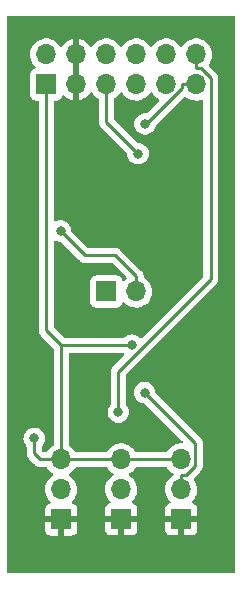
<source format=gbl>
G04 #@! TF.GenerationSoftware,KiCad,Pcbnew,6.0.9-8da3e8f707~116~ubuntu20.04.1*
G04 #@! TF.CreationDate,2023-03-04T01:14:13+01:00*
G04 #@! TF.ProjectId,dac_adc_pmod,6461635f-6164-4635-9f70-6d6f642e6b69,rev?*
G04 #@! TF.SameCoordinates,Original*
G04 #@! TF.FileFunction,Copper,L2,Bot*
G04 #@! TF.FilePolarity,Positive*
%FSLAX46Y46*%
G04 Gerber Fmt 4.6, Leading zero omitted, Abs format (unit mm)*
G04 Created by KiCad (PCBNEW 6.0.9-8da3e8f707~116~ubuntu20.04.1) date 2023-03-04 01:14:13*
%MOMM*%
%LPD*%
G01*
G04 APERTURE LIST*
G04 #@! TA.AperFunction,ComponentPad*
%ADD10R,1.700000X1.700000*%
G04 #@! TD*
G04 #@! TA.AperFunction,ComponentPad*
%ADD11O,1.700000X1.700000*%
G04 #@! TD*
G04 #@! TA.AperFunction,ViaPad*
%ADD12C,0.800000*%
G04 #@! TD*
G04 #@! TA.AperFunction,Conductor*
%ADD13C,0.250000*%
G04 #@! TD*
G04 APERTURE END LIST*
D10*
X90170000Y-82535000D03*
D11*
X90170000Y-79995000D03*
X90170000Y-77455000D03*
D10*
X80010000Y-82550000D03*
D11*
X80010000Y-80010000D03*
X80010000Y-77470000D03*
D10*
X78740000Y-45720000D03*
D11*
X78740000Y-43180000D03*
X81280000Y-45720000D03*
X81280000Y-43180000D03*
X83820000Y-45720000D03*
X83820000Y-43180000D03*
X86360000Y-45720000D03*
X86360000Y-43180000D03*
X88900000Y-45720000D03*
X88900000Y-43180000D03*
X91440000Y-45720000D03*
X91440000Y-43180000D03*
D10*
X85090000Y-82535000D03*
D11*
X85090000Y-79995000D03*
X85090000Y-77455000D03*
D10*
X83820000Y-63246000D03*
D11*
X86360000Y-63246000D03*
D12*
X77724000Y-75692000D03*
X86360000Y-40640000D03*
X81280000Y-40640000D03*
X91186000Y-61214000D03*
X77216000Y-62738000D03*
X82296000Y-70358000D03*
X87630000Y-70358000D03*
X82550000Y-55880000D03*
X87069900Y-71805800D03*
X84840000Y-73451700D03*
X87102400Y-49059000D03*
X86506600Y-51582100D03*
X79962405Y-58118405D03*
X85978000Y-67792000D03*
D13*
X78232000Y-77470000D02*
X77724000Y-76962000D01*
X80010000Y-77470000D02*
X78232000Y-77470000D01*
X77724000Y-76962000D02*
X77724000Y-75692000D01*
X79962405Y-58118405D02*
X82042000Y-60198000D01*
X82042000Y-60198000D02*
X84582000Y-60198000D01*
X84582000Y-60198000D02*
X86360000Y-61976000D01*
X86360000Y-61976000D02*
X86360000Y-63246000D01*
X90170000Y-79995000D02*
X90170000Y-78819700D01*
X91367600Y-76103500D02*
X87069900Y-71805800D01*
X91367600Y-77989400D02*
X91367600Y-76103500D01*
X90537300Y-78819700D02*
X91367600Y-77989400D01*
X90170000Y-78819700D02*
X90537300Y-78819700D01*
X84840000Y-70021900D02*
X84840000Y-73451700D01*
X92655300Y-62206600D02*
X84840000Y-70021900D01*
X92655300Y-45203300D02*
X92655300Y-62206600D01*
X91807300Y-44355300D02*
X92655300Y-45203300D01*
X91440000Y-44355300D02*
X91807300Y-44355300D01*
X91440000Y-43180000D02*
X91440000Y-44355300D01*
X87227200Y-49059000D02*
X87102400Y-49059000D01*
X90264700Y-46021500D02*
X87227200Y-49059000D01*
X90264700Y-45720000D02*
X90264700Y-46021500D01*
X91440000Y-45720000D02*
X90264700Y-45720000D01*
X83820000Y-48895500D02*
X86506600Y-51582100D01*
X83820000Y-45720000D02*
X83820000Y-48895500D01*
X85090000Y-82535000D02*
X90170000Y-82535000D01*
X83899700Y-82550000D02*
X83914700Y-82535000D01*
X80010000Y-82550000D02*
X83899700Y-82550000D01*
X85090000Y-82535000D02*
X83914700Y-82535000D01*
X83899700Y-77470000D02*
X83914700Y-77455000D01*
X80010000Y-77470000D02*
X83899700Y-77470000D01*
X85090000Y-77455000D02*
X83914700Y-77455000D01*
X85090000Y-77455000D02*
X86265300Y-77455000D01*
X90170000Y-77455000D02*
X86265300Y-77455000D01*
X80010000Y-77470000D02*
X80010000Y-76294700D01*
X80010000Y-67792000D02*
X85978000Y-67792000D01*
X78740000Y-66522000D02*
X80010000Y-67792000D01*
X78740000Y-45720000D02*
X78740000Y-66522000D01*
X80010000Y-67792000D02*
X80010000Y-76294700D01*
G04 #@! TA.AperFunction,Conductor*
G36*
X94683621Y-39898502D02*
G01*
X94730114Y-39952158D01*
X94741500Y-40004500D01*
X94741500Y-86995500D01*
X94721498Y-87063621D01*
X94667842Y-87110114D01*
X94615500Y-87121500D01*
X75564500Y-87121500D01*
X75496379Y-87101498D01*
X75449886Y-87047842D01*
X75438500Y-86995500D01*
X75438500Y-83444669D01*
X78652001Y-83444669D01*
X78652371Y-83451490D01*
X78657895Y-83502352D01*
X78661521Y-83517604D01*
X78706676Y-83638054D01*
X78715214Y-83653649D01*
X78791715Y-83755724D01*
X78804276Y-83768285D01*
X78906351Y-83844786D01*
X78921946Y-83853324D01*
X79042394Y-83898478D01*
X79057649Y-83902105D01*
X79108514Y-83907631D01*
X79115328Y-83908000D01*
X79737885Y-83908000D01*
X79753124Y-83903525D01*
X79754329Y-83902135D01*
X79756000Y-83894452D01*
X79756000Y-83889884D01*
X80264000Y-83889884D01*
X80268475Y-83905123D01*
X80269865Y-83906328D01*
X80277548Y-83907999D01*
X80904669Y-83907999D01*
X80911490Y-83907629D01*
X80962352Y-83902105D01*
X80977604Y-83898479D01*
X81098054Y-83853324D01*
X81113649Y-83844786D01*
X81215724Y-83768285D01*
X81228285Y-83755724D01*
X81304786Y-83653649D01*
X81313324Y-83638054D01*
X81358478Y-83517606D01*
X81362105Y-83502351D01*
X81367631Y-83451486D01*
X81368000Y-83444672D01*
X81368000Y-83429669D01*
X83732001Y-83429669D01*
X83732371Y-83436490D01*
X83737895Y-83487352D01*
X83741521Y-83502604D01*
X83786676Y-83623054D01*
X83795214Y-83638649D01*
X83871715Y-83740724D01*
X83884276Y-83753285D01*
X83986351Y-83829786D01*
X84001946Y-83838324D01*
X84122394Y-83883478D01*
X84137649Y-83887105D01*
X84188514Y-83892631D01*
X84195328Y-83893000D01*
X84817885Y-83893000D01*
X84833124Y-83888525D01*
X84834329Y-83887135D01*
X84836000Y-83879452D01*
X84836000Y-83874884D01*
X85344000Y-83874884D01*
X85348475Y-83890123D01*
X85349865Y-83891328D01*
X85357548Y-83892999D01*
X85984669Y-83892999D01*
X85991490Y-83892629D01*
X86042352Y-83887105D01*
X86057604Y-83883479D01*
X86178054Y-83838324D01*
X86193649Y-83829786D01*
X86295724Y-83753285D01*
X86308285Y-83740724D01*
X86384786Y-83638649D01*
X86393324Y-83623054D01*
X86438478Y-83502606D01*
X86442105Y-83487351D01*
X86447631Y-83436486D01*
X86448000Y-83429672D01*
X86448000Y-83429669D01*
X88812001Y-83429669D01*
X88812371Y-83436490D01*
X88817895Y-83487352D01*
X88821521Y-83502604D01*
X88866676Y-83623054D01*
X88875214Y-83638649D01*
X88951715Y-83740724D01*
X88964276Y-83753285D01*
X89066351Y-83829786D01*
X89081946Y-83838324D01*
X89202394Y-83883478D01*
X89217649Y-83887105D01*
X89268514Y-83892631D01*
X89275328Y-83893000D01*
X89897885Y-83893000D01*
X89913124Y-83888525D01*
X89914329Y-83887135D01*
X89916000Y-83879452D01*
X89916000Y-83874884D01*
X90424000Y-83874884D01*
X90428475Y-83890123D01*
X90429865Y-83891328D01*
X90437548Y-83892999D01*
X91064669Y-83892999D01*
X91071490Y-83892629D01*
X91122352Y-83887105D01*
X91137604Y-83883479D01*
X91258054Y-83838324D01*
X91273649Y-83829786D01*
X91375724Y-83753285D01*
X91388285Y-83740724D01*
X91464786Y-83638649D01*
X91473324Y-83623054D01*
X91518478Y-83502606D01*
X91522105Y-83487351D01*
X91527631Y-83436486D01*
X91528000Y-83429672D01*
X91528000Y-82807115D01*
X91523525Y-82791876D01*
X91522135Y-82790671D01*
X91514452Y-82789000D01*
X90442115Y-82789000D01*
X90426876Y-82793475D01*
X90425671Y-82794865D01*
X90424000Y-82802548D01*
X90424000Y-83874884D01*
X89916000Y-83874884D01*
X89916000Y-82807115D01*
X89911525Y-82791876D01*
X89910135Y-82790671D01*
X89902452Y-82789000D01*
X88830116Y-82789000D01*
X88814877Y-82793475D01*
X88813672Y-82794865D01*
X88812001Y-82802548D01*
X88812001Y-83429669D01*
X86448000Y-83429669D01*
X86448000Y-82807115D01*
X86443525Y-82791876D01*
X86442135Y-82790671D01*
X86434452Y-82789000D01*
X85362115Y-82789000D01*
X85346876Y-82793475D01*
X85345671Y-82794865D01*
X85344000Y-82802548D01*
X85344000Y-83874884D01*
X84836000Y-83874884D01*
X84836000Y-82807115D01*
X84831525Y-82791876D01*
X84830135Y-82790671D01*
X84822452Y-82789000D01*
X83750116Y-82789000D01*
X83734877Y-82793475D01*
X83733672Y-82794865D01*
X83732001Y-82802548D01*
X83732001Y-83429669D01*
X81368000Y-83429669D01*
X81368000Y-82822115D01*
X81363525Y-82806876D01*
X81362135Y-82805671D01*
X81354452Y-82804000D01*
X80282115Y-82804000D01*
X80266876Y-82808475D01*
X80265671Y-82809865D01*
X80264000Y-82817548D01*
X80264000Y-83889884D01*
X79756000Y-83889884D01*
X79756000Y-82822115D01*
X79751525Y-82806876D01*
X79750135Y-82805671D01*
X79742452Y-82804000D01*
X78670116Y-82804000D01*
X78654877Y-82808475D01*
X78653672Y-82809865D01*
X78652001Y-82817548D01*
X78652001Y-83444669D01*
X75438500Y-83444669D01*
X75438500Y-75692000D01*
X76810496Y-75692000D01*
X76811186Y-75698565D01*
X76823394Y-75814713D01*
X76830458Y-75881928D01*
X76889473Y-76063556D01*
X76892776Y-76069278D01*
X76892777Y-76069279D01*
X76908313Y-76096188D01*
X76984960Y-76228944D01*
X77058137Y-76310215D01*
X77088853Y-76374221D01*
X77090500Y-76394524D01*
X77090500Y-76883233D01*
X77089973Y-76894416D01*
X77088298Y-76901909D01*
X77088547Y-76909835D01*
X77088547Y-76909836D01*
X77090438Y-76969986D01*
X77090500Y-76973945D01*
X77090500Y-77001856D01*
X77090997Y-77005790D01*
X77090997Y-77005791D01*
X77091005Y-77005856D01*
X77091938Y-77017693D01*
X77093327Y-77061889D01*
X77098978Y-77081339D01*
X77102987Y-77100700D01*
X77105526Y-77120797D01*
X77108445Y-77128168D01*
X77108445Y-77128170D01*
X77121804Y-77161912D01*
X77125649Y-77173142D01*
X77137982Y-77215593D01*
X77142015Y-77222412D01*
X77142017Y-77222417D01*
X77148293Y-77233028D01*
X77156988Y-77250776D01*
X77164448Y-77269617D01*
X77169110Y-77276033D01*
X77169110Y-77276034D01*
X77190436Y-77305387D01*
X77196952Y-77315307D01*
X77219458Y-77353362D01*
X77233779Y-77367683D01*
X77246619Y-77382716D01*
X77258528Y-77399107D01*
X77264634Y-77404158D01*
X77292605Y-77427298D01*
X77301384Y-77435288D01*
X77728343Y-77862247D01*
X77735887Y-77870537D01*
X77740000Y-77877018D01*
X77745777Y-77882443D01*
X77789667Y-77923658D01*
X77792509Y-77926413D01*
X77812230Y-77946134D01*
X77815425Y-77948612D01*
X77824447Y-77956318D01*
X77856679Y-77986586D01*
X77863628Y-77990406D01*
X77874432Y-77996346D01*
X77890956Y-78007199D01*
X77906959Y-78019613D01*
X77947543Y-78037176D01*
X77958173Y-78042383D01*
X77996940Y-78063695D01*
X78004617Y-78065666D01*
X78004622Y-78065668D01*
X78016558Y-78068732D01*
X78035266Y-78075137D01*
X78053855Y-78083181D01*
X78061680Y-78084420D01*
X78061682Y-78084421D01*
X78097519Y-78090097D01*
X78109140Y-78092504D01*
X78144250Y-78101518D01*
X78151970Y-78103500D01*
X78172231Y-78103500D01*
X78191940Y-78105051D01*
X78211943Y-78108219D01*
X78219835Y-78107473D01*
X78225062Y-78106979D01*
X78255954Y-78104059D01*
X78267811Y-78103500D01*
X78734274Y-78103500D01*
X78802395Y-78123502D01*
X78841707Y-78163665D01*
X78909987Y-78275088D01*
X79056250Y-78443938D01*
X79228126Y-78586632D01*
X79291918Y-78623909D01*
X79301445Y-78629476D01*
X79350169Y-78681114D01*
X79363240Y-78750897D01*
X79336509Y-78816669D01*
X79296055Y-78850027D01*
X79283607Y-78856507D01*
X79279474Y-78859610D01*
X79279471Y-78859612D01*
X79109100Y-78987530D01*
X79104965Y-78990635D01*
X79101393Y-78994373D01*
X78968535Y-79133401D01*
X78950629Y-79152138D01*
X78824743Y-79336680D01*
X78809003Y-79370590D01*
X78735334Y-79529297D01*
X78730688Y-79539305D01*
X78670989Y-79754570D01*
X78647251Y-79976695D01*
X78647548Y-79981848D01*
X78647548Y-79981851D01*
X78653011Y-80076590D01*
X78660110Y-80199715D01*
X78661247Y-80204761D01*
X78661248Y-80204767D01*
X78677739Y-80277939D01*
X78709222Y-80417639D01*
X78793266Y-80624616D01*
X78909987Y-80815088D01*
X79056250Y-80983938D01*
X79060225Y-80987238D01*
X79060231Y-80987244D01*
X79065425Y-80991556D01*
X79105059Y-81050460D01*
X79106555Y-81121441D01*
X79069439Y-81181962D01*
X79029168Y-81206480D01*
X78921946Y-81246676D01*
X78906351Y-81255214D01*
X78804276Y-81331715D01*
X78791715Y-81344276D01*
X78715214Y-81446351D01*
X78706676Y-81461946D01*
X78661522Y-81582394D01*
X78657895Y-81597649D01*
X78652369Y-81648514D01*
X78652000Y-81655328D01*
X78652000Y-82277885D01*
X78656475Y-82293124D01*
X78657865Y-82294329D01*
X78665548Y-82296000D01*
X81349884Y-82296000D01*
X81365123Y-82291525D01*
X81366328Y-82290135D01*
X81367999Y-82282452D01*
X81367999Y-81655331D01*
X81367629Y-81648510D01*
X81362105Y-81597648D01*
X81358479Y-81582396D01*
X81313324Y-81461946D01*
X81304786Y-81446351D01*
X81228285Y-81344276D01*
X81215724Y-81331715D01*
X81113649Y-81255214D01*
X81098054Y-81246676D01*
X80987813Y-81205348D01*
X80931049Y-81162706D01*
X80906349Y-81096145D01*
X80921557Y-81026796D01*
X80943104Y-80998115D01*
X81044430Y-80897144D01*
X81044440Y-80897132D01*
X81048096Y-80893489D01*
X81061891Y-80874292D01*
X81175435Y-80716277D01*
X81178453Y-80712077D01*
X81185867Y-80697077D01*
X81275136Y-80516453D01*
X81275137Y-80516451D01*
X81277430Y-80511811D01*
X81342370Y-80298069D01*
X81371529Y-80076590D01*
X81371611Y-80073240D01*
X81373074Y-80013365D01*
X81373074Y-80013361D01*
X81373156Y-80010000D01*
X81354852Y-79787361D01*
X81300431Y-79570702D01*
X81211354Y-79365840D01*
X81090014Y-79178277D01*
X80939670Y-79013051D01*
X80935619Y-79009852D01*
X80935615Y-79009848D01*
X80768414Y-78877800D01*
X80768410Y-78877798D01*
X80764359Y-78874598D01*
X80723053Y-78851796D01*
X80673084Y-78801364D01*
X80658312Y-78731921D01*
X80683428Y-78665516D01*
X80710780Y-78638909D01*
X80754603Y-78607650D01*
X80889860Y-78511173D01*
X80908040Y-78493057D01*
X81031025Y-78370500D01*
X81048096Y-78353489D01*
X81059026Y-78338279D01*
X81175435Y-78176277D01*
X81178453Y-78172077D01*
X81180746Y-78167437D01*
X81182446Y-78164608D01*
X81234674Y-78116518D01*
X81290451Y-78103500D01*
X83820933Y-78103500D01*
X83832113Y-78104027D01*
X83838119Y-78105369D01*
X83901409Y-78130632D01*
X83931055Y-78163920D01*
X83987287Y-78255683D01*
X83987291Y-78255688D01*
X83989987Y-78260088D01*
X84136250Y-78428938D01*
X84308126Y-78571632D01*
X84328140Y-78583327D01*
X84381445Y-78614476D01*
X84430169Y-78666114D01*
X84443240Y-78735897D01*
X84416509Y-78801669D01*
X84376055Y-78835027D01*
X84363607Y-78841507D01*
X84359474Y-78844610D01*
X84359471Y-78844612D01*
X84315269Y-78877800D01*
X84184965Y-78975635D01*
X84030629Y-79137138D01*
X83904743Y-79321680D01*
X83810688Y-79524305D01*
X83750989Y-79739570D01*
X83727251Y-79961695D01*
X83727548Y-79966848D01*
X83727548Y-79966851D01*
X83733876Y-80076590D01*
X83740110Y-80184715D01*
X83741247Y-80189761D01*
X83741248Y-80189767D01*
X83743490Y-80199715D01*
X83789222Y-80402639D01*
X83873266Y-80609616D01*
X83989987Y-80800088D01*
X84136250Y-80968938D01*
X84140225Y-80972238D01*
X84140231Y-80972244D01*
X84145425Y-80976556D01*
X84185059Y-81035460D01*
X84186555Y-81106441D01*
X84149439Y-81166962D01*
X84109168Y-81191480D01*
X84001946Y-81231676D01*
X83986351Y-81240214D01*
X83884276Y-81316715D01*
X83871715Y-81329276D01*
X83795214Y-81431351D01*
X83786676Y-81446946D01*
X83741522Y-81567394D01*
X83737895Y-81582649D01*
X83732369Y-81633514D01*
X83732000Y-81640328D01*
X83732000Y-82262885D01*
X83736475Y-82278124D01*
X83737865Y-82279329D01*
X83745548Y-82281000D01*
X86429884Y-82281000D01*
X86445123Y-82276525D01*
X86446328Y-82275135D01*
X86447999Y-82267452D01*
X86447999Y-81640331D01*
X86447629Y-81633510D01*
X86442105Y-81582648D01*
X86438479Y-81567396D01*
X86393324Y-81446946D01*
X86384786Y-81431351D01*
X86308285Y-81329276D01*
X86295724Y-81316715D01*
X86193649Y-81240214D01*
X86178054Y-81231676D01*
X86067813Y-81190348D01*
X86011049Y-81147706D01*
X85986349Y-81081145D01*
X86001557Y-81011796D01*
X86023104Y-80983115D01*
X86124430Y-80882144D01*
X86124440Y-80882132D01*
X86128096Y-80878489D01*
X86187594Y-80795689D01*
X86255435Y-80701277D01*
X86258453Y-80697077D01*
X86347723Y-80516453D01*
X86355136Y-80501453D01*
X86355137Y-80501451D01*
X86357430Y-80496811D01*
X86389900Y-80389940D01*
X86420865Y-80288023D01*
X86420865Y-80288021D01*
X86422370Y-80283069D01*
X86451529Y-80061590D01*
X86452790Y-80010000D01*
X86453074Y-79998365D01*
X86453074Y-79998361D01*
X86453156Y-79995000D01*
X86434852Y-79772361D01*
X86380431Y-79555702D01*
X86291354Y-79350840D01*
X86177247Y-79174457D01*
X86172822Y-79167617D01*
X86172820Y-79167614D01*
X86170014Y-79163277D01*
X86019670Y-78998051D01*
X86015619Y-78994852D01*
X86015615Y-78994848D01*
X85848414Y-78862800D01*
X85848410Y-78862798D01*
X85844359Y-78859598D01*
X85803053Y-78836796D01*
X85753084Y-78786364D01*
X85738312Y-78716921D01*
X85763428Y-78650516D01*
X85790780Y-78623909D01*
X85847674Y-78583327D01*
X85969860Y-78496173D01*
X86128096Y-78338489D01*
X86258453Y-78157077D01*
X86260746Y-78152437D01*
X86262446Y-78149608D01*
X86314674Y-78101518D01*
X86370451Y-78088500D01*
X88894274Y-78088500D01*
X88962395Y-78108502D01*
X89001707Y-78148665D01*
X89069987Y-78260088D01*
X89216250Y-78428938D01*
X89388126Y-78571632D01*
X89408140Y-78583327D01*
X89461445Y-78614476D01*
X89510169Y-78666114D01*
X89523240Y-78735897D01*
X89496509Y-78801669D01*
X89456055Y-78835027D01*
X89443607Y-78841507D01*
X89439474Y-78844610D01*
X89439471Y-78844612D01*
X89395269Y-78877800D01*
X89264965Y-78975635D01*
X89110629Y-79137138D01*
X88984743Y-79321680D01*
X88890688Y-79524305D01*
X88830989Y-79739570D01*
X88807251Y-79961695D01*
X88807548Y-79966848D01*
X88807548Y-79966851D01*
X88813876Y-80076590D01*
X88820110Y-80184715D01*
X88821247Y-80189761D01*
X88821248Y-80189767D01*
X88823490Y-80199715D01*
X88869222Y-80402639D01*
X88953266Y-80609616D01*
X89069987Y-80800088D01*
X89216250Y-80968938D01*
X89220225Y-80972238D01*
X89220231Y-80972244D01*
X89225425Y-80976556D01*
X89265059Y-81035460D01*
X89266555Y-81106441D01*
X89229439Y-81166962D01*
X89189168Y-81191480D01*
X89081946Y-81231676D01*
X89066351Y-81240214D01*
X88964276Y-81316715D01*
X88951715Y-81329276D01*
X88875214Y-81431351D01*
X88866676Y-81446946D01*
X88821522Y-81567394D01*
X88817895Y-81582649D01*
X88812369Y-81633514D01*
X88812000Y-81640328D01*
X88812000Y-82262885D01*
X88816475Y-82278124D01*
X88817865Y-82279329D01*
X88825548Y-82281000D01*
X91509884Y-82281000D01*
X91525123Y-82276525D01*
X91526328Y-82275135D01*
X91527999Y-82267452D01*
X91527999Y-81640331D01*
X91527629Y-81633510D01*
X91522105Y-81582648D01*
X91518479Y-81567396D01*
X91473324Y-81446946D01*
X91464786Y-81431351D01*
X91388285Y-81329276D01*
X91375724Y-81316715D01*
X91273649Y-81240214D01*
X91258054Y-81231676D01*
X91147813Y-81190348D01*
X91091049Y-81147706D01*
X91066349Y-81081145D01*
X91081557Y-81011796D01*
X91103104Y-80983115D01*
X91204430Y-80882144D01*
X91204440Y-80882132D01*
X91208096Y-80878489D01*
X91267594Y-80795689D01*
X91335435Y-80701277D01*
X91338453Y-80697077D01*
X91427723Y-80516453D01*
X91435136Y-80501453D01*
X91435137Y-80501451D01*
X91437430Y-80496811D01*
X91469900Y-80389940D01*
X91500865Y-80288023D01*
X91500865Y-80288021D01*
X91502370Y-80283069D01*
X91531529Y-80061590D01*
X91532790Y-80010000D01*
X91533074Y-79998365D01*
X91533074Y-79998361D01*
X91533156Y-79995000D01*
X91514852Y-79772361D01*
X91460431Y-79555702D01*
X91371354Y-79350840D01*
X91262526Y-79182617D01*
X91252825Y-79167621D01*
X91252820Y-79167615D01*
X91250014Y-79163277D01*
X91247345Y-79160344D01*
X91221756Y-79094496D01*
X91235900Y-79024922D01*
X91258206Y-78994698D01*
X91759847Y-78493057D01*
X91768137Y-78485513D01*
X91774618Y-78481400D01*
X91821259Y-78431732D01*
X91824013Y-78428891D01*
X91843735Y-78409169D01*
X91846212Y-78405976D01*
X91853917Y-78396955D01*
X91878759Y-78370500D01*
X91884186Y-78364721D01*
X91888007Y-78357771D01*
X91893946Y-78346968D01*
X91904802Y-78330441D01*
X91912357Y-78320702D01*
X91912358Y-78320700D01*
X91917214Y-78314440D01*
X91934774Y-78273860D01*
X91939991Y-78263212D01*
X91957475Y-78231409D01*
X91957476Y-78231407D01*
X91961295Y-78224460D01*
X91966333Y-78204837D01*
X91972737Y-78186134D01*
X91977633Y-78174820D01*
X91977633Y-78174819D01*
X91980781Y-78167545D01*
X91982020Y-78159722D01*
X91982023Y-78159712D01*
X91987699Y-78123876D01*
X91990105Y-78112256D01*
X91999128Y-78077111D01*
X91999128Y-78077110D01*
X92001100Y-78069430D01*
X92001100Y-78049176D01*
X92002651Y-78029465D01*
X92004580Y-78017286D01*
X92005820Y-78009457D01*
X92001659Y-77965438D01*
X92001100Y-77953581D01*
X92001100Y-76182268D01*
X92001627Y-76171085D01*
X92003302Y-76163592D01*
X92002469Y-76137069D01*
X92001162Y-76095502D01*
X92001100Y-76091544D01*
X92001100Y-76063644D01*
X92000596Y-76059653D01*
X91999663Y-76047811D01*
X91998523Y-76011536D01*
X91998274Y-76003611D01*
X91992621Y-75984152D01*
X91988612Y-75964793D01*
X91988446Y-75963483D01*
X91986074Y-75944703D01*
X91983158Y-75937337D01*
X91983156Y-75937331D01*
X91969800Y-75903598D01*
X91965955Y-75892368D01*
X91955830Y-75857517D01*
X91955830Y-75857516D01*
X91953619Y-75849907D01*
X91943305Y-75832466D01*
X91934608Y-75814713D01*
X91930072Y-75803258D01*
X91927152Y-75795883D01*
X91901163Y-75760112D01*
X91894647Y-75750192D01*
X91876178Y-75718963D01*
X91872142Y-75712138D01*
X91857821Y-75697817D01*
X91844980Y-75682783D01*
X91837731Y-75672806D01*
X91833072Y-75666393D01*
X91798995Y-75638202D01*
X91790216Y-75630212D01*
X88017022Y-71857017D01*
X87982996Y-71794705D01*
X87980807Y-71781092D01*
X87964132Y-71622435D01*
X87964132Y-71622433D01*
X87963442Y-71615872D01*
X87904427Y-71434244D01*
X87808940Y-71268856D01*
X87681153Y-71126934D01*
X87526652Y-71014682D01*
X87520624Y-71011998D01*
X87520622Y-71011997D01*
X87358219Y-70939691D01*
X87358218Y-70939691D01*
X87352188Y-70937006D01*
X87258788Y-70917153D01*
X87171844Y-70898672D01*
X87171839Y-70898672D01*
X87165387Y-70897300D01*
X86974413Y-70897300D01*
X86967961Y-70898672D01*
X86967956Y-70898672D01*
X86881012Y-70917153D01*
X86787612Y-70937006D01*
X86781582Y-70939691D01*
X86781581Y-70939691D01*
X86619178Y-71011997D01*
X86619176Y-71011998D01*
X86613148Y-71014682D01*
X86458647Y-71126934D01*
X86330860Y-71268856D01*
X86235373Y-71434244D01*
X86176358Y-71615872D01*
X86156396Y-71805800D01*
X86176358Y-71995728D01*
X86235373Y-72177356D01*
X86330860Y-72342744D01*
X86458647Y-72484666D01*
X86613148Y-72596918D01*
X86619176Y-72599602D01*
X86619178Y-72599603D01*
X86781581Y-72671909D01*
X86787612Y-72674594D01*
X86881012Y-72694447D01*
X86967956Y-72712928D01*
X86967961Y-72712928D01*
X86974413Y-72714300D01*
X87030306Y-72714300D01*
X87098427Y-72734302D01*
X87119401Y-72751205D01*
X90249298Y-75881102D01*
X90283324Y-75943414D01*
X90278259Y-76014229D01*
X90235712Y-76071065D01*
X90169192Y-76095876D01*
X90158664Y-76096188D01*
X90080081Y-76095228D01*
X90080079Y-76095228D01*
X90074911Y-76095165D01*
X89854091Y-76128955D01*
X89641756Y-76198357D01*
X89443607Y-76301507D01*
X89439474Y-76304610D01*
X89439471Y-76304612D01*
X89269100Y-76432530D01*
X89264965Y-76435635D01*
X89110629Y-76597138D01*
X89107715Y-76601410D01*
X89107714Y-76601411D01*
X88995095Y-76766504D01*
X88940184Y-76811507D01*
X88891007Y-76821500D01*
X86366805Y-76821500D01*
X86298684Y-76801498D01*
X86261013Y-76763940D01*
X86172822Y-76627617D01*
X86172820Y-76627614D01*
X86170014Y-76623277D01*
X86019670Y-76458051D01*
X86015619Y-76454852D01*
X86015615Y-76454848D01*
X85848414Y-76322800D01*
X85848410Y-76322798D01*
X85844359Y-76319598D01*
X85648789Y-76211638D01*
X85643920Y-76209914D01*
X85643916Y-76209912D01*
X85443087Y-76138795D01*
X85443083Y-76138794D01*
X85438212Y-76137069D01*
X85433119Y-76136162D01*
X85433116Y-76136161D01*
X85223373Y-76098800D01*
X85223367Y-76098799D01*
X85218284Y-76097894D01*
X85144452Y-76096992D01*
X85000081Y-76095228D01*
X85000079Y-76095228D01*
X84994911Y-76095165D01*
X84774091Y-76128955D01*
X84561756Y-76198357D01*
X84363607Y-76301507D01*
X84359474Y-76304610D01*
X84359471Y-76304612D01*
X84189100Y-76432530D01*
X84184965Y-76435635D01*
X84030629Y-76597138D01*
X84027715Y-76601410D01*
X84027714Y-76601411D01*
X83912905Y-76769715D01*
X83857994Y-76814718D01*
X83828531Y-76823159D01*
X83822729Y-76824078D01*
X83814810Y-76824327D01*
X83795346Y-76829982D01*
X83776006Y-76833986D01*
X83763967Y-76835507D01*
X83748182Y-76836500D01*
X81286805Y-76836500D01*
X81218684Y-76816498D01*
X81181013Y-76778940D01*
X81092822Y-76642617D01*
X81092820Y-76642614D01*
X81090014Y-76638277D01*
X80939670Y-76473051D01*
X80935619Y-76469852D01*
X80935615Y-76469848D01*
X80768414Y-76337800D01*
X80768410Y-76337798D01*
X80764359Y-76334598D01*
X80759835Y-76332101D01*
X80759831Y-76332098D01*
X80708608Y-76303822D01*
X80658636Y-76253390D01*
X80643500Y-76193513D01*
X80643500Y-68551500D01*
X80663502Y-68483379D01*
X80717158Y-68436886D01*
X80769500Y-68425500D01*
X85236305Y-68425500D01*
X85304426Y-68445502D01*
X85350919Y-68499158D01*
X85361023Y-68569432D01*
X85331529Y-68634012D01*
X85325400Y-68640595D01*
X84447747Y-69518248D01*
X84439461Y-69525788D01*
X84432982Y-69529900D01*
X84427557Y-69535677D01*
X84386357Y-69579551D01*
X84383602Y-69582393D01*
X84363865Y-69602130D01*
X84361385Y-69605327D01*
X84353682Y-69614347D01*
X84323414Y-69646579D01*
X84319595Y-69653525D01*
X84319593Y-69653528D01*
X84313652Y-69664334D01*
X84302801Y-69680853D01*
X84290386Y-69696859D01*
X84287241Y-69704128D01*
X84287238Y-69704132D01*
X84272826Y-69737437D01*
X84267609Y-69748087D01*
X84246305Y-69786840D01*
X84244334Y-69794515D01*
X84244334Y-69794516D01*
X84241267Y-69806462D01*
X84234863Y-69825166D01*
X84226819Y-69843755D01*
X84225580Y-69851578D01*
X84225577Y-69851588D01*
X84219901Y-69887424D01*
X84217495Y-69899044D01*
X84206500Y-69941870D01*
X84206500Y-69962124D01*
X84204949Y-69981834D01*
X84201780Y-70001843D01*
X84202526Y-70009735D01*
X84205941Y-70045861D01*
X84206500Y-70057719D01*
X84206500Y-72749176D01*
X84186498Y-72817297D01*
X84174142Y-72833479D01*
X84100960Y-72914756D01*
X84005473Y-73080144D01*
X83946458Y-73261772D01*
X83926496Y-73451700D01*
X83946458Y-73641628D01*
X84005473Y-73823256D01*
X84100960Y-73988644D01*
X84228747Y-74130566D01*
X84383248Y-74242818D01*
X84389276Y-74245502D01*
X84389278Y-74245503D01*
X84551681Y-74317809D01*
X84557712Y-74320494D01*
X84651112Y-74340347D01*
X84738056Y-74358828D01*
X84738061Y-74358828D01*
X84744513Y-74360200D01*
X84935487Y-74360200D01*
X84941939Y-74358828D01*
X84941944Y-74358828D01*
X85028888Y-74340347D01*
X85122288Y-74320494D01*
X85128319Y-74317809D01*
X85290722Y-74245503D01*
X85290724Y-74245502D01*
X85296752Y-74242818D01*
X85451253Y-74130566D01*
X85579040Y-73988644D01*
X85674527Y-73823256D01*
X85733542Y-73641628D01*
X85753504Y-73451700D01*
X85733542Y-73261772D01*
X85674527Y-73080144D01*
X85579040Y-72914756D01*
X85505863Y-72833485D01*
X85475147Y-72769479D01*
X85473500Y-72749176D01*
X85473500Y-70336494D01*
X85493502Y-70268373D01*
X85510405Y-70247399D01*
X93047547Y-62710257D01*
X93055837Y-62702713D01*
X93062318Y-62698600D01*
X93108959Y-62648932D01*
X93111713Y-62646091D01*
X93131434Y-62626370D01*
X93133912Y-62623175D01*
X93141618Y-62614153D01*
X93166458Y-62587701D01*
X93171886Y-62581921D01*
X93181646Y-62564168D01*
X93192499Y-62547645D01*
X93200053Y-62537906D01*
X93204913Y-62531641D01*
X93222476Y-62491057D01*
X93227683Y-62480427D01*
X93248995Y-62441660D01*
X93250966Y-62433983D01*
X93250968Y-62433978D01*
X93254032Y-62422042D01*
X93260438Y-62403330D01*
X93265333Y-62392019D01*
X93268481Y-62384745D01*
X93269721Y-62376917D01*
X93269723Y-62376910D01*
X93275399Y-62341076D01*
X93277805Y-62329456D01*
X93286828Y-62294311D01*
X93286828Y-62294310D01*
X93288800Y-62286630D01*
X93288800Y-62266376D01*
X93290351Y-62246665D01*
X93292280Y-62234486D01*
X93293520Y-62226657D01*
X93289359Y-62182638D01*
X93288800Y-62170781D01*
X93288800Y-45282067D01*
X93289327Y-45270884D01*
X93291002Y-45263391D01*
X93288862Y-45195314D01*
X93288800Y-45191355D01*
X93288800Y-45163444D01*
X93288295Y-45159444D01*
X93287362Y-45147601D01*
X93286222Y-45111329D01*
X93285973Y-45103410D01*
X93280322Y-45083958D01*
X93276314Y-45064606D01*
X93274767Y-45052363D01*
X93273774Y-45044503D01*
X93264099Y-45020066D01*
X93257500Y-45003397D01*
X93253655Y-44992170D01*
X93253021Y-44989987D01*
X93241318Y-44949707D01*
X93231007Y-44932272D01*
X93222312Y-44914524D01*
X93214852Y-44895683D01*
X93188864Y-44859913D01*
X93182348Y-44849993D01*
X93163880Y-44818765D01*
X93163878Y-44818762D01*
X93159842Y-44811938D01*
X93145521Y-44797617D01*
X93132680Y-44782583D01*
X93125431Y-44772606D01*
X93120772Y-44766193D01*
X93114667Y-44761142D01*
X93114662Y-44761137D01*
X93086696Y-44738001D01*
X93077918Y-44730013D01*
X92525899Y-44177994D01*
X92491873Y-44115682D01*
X92496938Y-44044867D01*
X92512671Y-44015373D01*
X92605435Y-43886277D01*
X92608453Y-43882077D01*
X92621995Y-43854678D01*
X92705136Y-43686453D01*
X92705137Y-43686451D01*
X92707430Y-43681811D01*
X92772370Y-43468069D01*
X92801529Y-43246590D01*
X92803156Y-43180000D01*
X92784852Y-42957361D01*
X92730431Y-42740702D01*
X92641354Y-42535840D01*
X92520014Y-42348277D01*
X92369670Y-42183051D01*
X92365619Y-42179852D01*
X92365615Y-42179848D01*
X92198414Y-42047800D01*
X92198410Y-42047798D01*
X92194359Y-42044598D01*
X92158028Y-42024542D01*
X92142136Y-42015769D01*
X91998789Y-41936638D01*
X91993920Y-41934914D01*
X91993916Y-41934912D01*
X91793087Y-41863795D01*
X91793083Y-41863794D01*
X91788212Y-41862069D01*
X91783119Y-41861162D01*
X91783116Y-41861161D01*
X91573373Y-41823800D01*
X91573367Y-41823799D01*
X91568284Y-41822894D01*
X91494452Y-41821992D01*
X91350081Y-41820228D01*
X91350079Y-41820228D01*
X91344911Y-41820165D01*
X91124091Y-41853955D01*
X90911756Y-41923357D01*
X90713607Y-42026507D01*
X90709474Y-42029610D01*
X90709471Y-42029612D01*
X90685247Y-42047800D01*
X90534965Y-42160635D01*
X90380629Y-42322138D01*
X90273201Y-42479621D01*
X90218293Y-42524621D01*
X90147768Y-42532792D01*
X90084021Y-42501538D01*
X90063324Y-42477054D01*
X89982822Y-42352617D01*
X89982820Y-42352614D01*
X89980014Y-42348277D01*
X89829670Y-42183051D01*
X89825619Y-42179852D01*
X89825615Y-42179848D01*
X89658414Y-42047800D01*
X89658410Y-42047798D01*
X89654359Y-42044598D01*
X89618028Y-42024542D01*
X89602136Y-42015769D01*
X89458789Y-41936638D01*
X89453920Y-41934914D01*
X89453916Y-41934912D01*
X89253087Y-41863795D01*
X89253083Y-41863794D01*
X89248212Y-41862069D01*
X89243119Y-41861162D01*
X89243116Y-41861161D01*
X89033373Y-41823800D01*
X89033367Y-41823799D01*
X89028284Y-41822894D01*
X88954452Y-41821992D01*
X88810081Y-41820228D01*
X88810079Y-41820228D01*
X88804911Y-41820165D01*
X88584091Y-41853955D01*
X88371756Y-41923357D01*
X88173607Y-42026507D01*
X88169474Y-42029610D01*
X88169471Y-42029612D01*
X88145247Y-42047800D01*
X87994965Y-42160635D01*
X87840629Y-42322138D01*
X87733201Y-42479621D01*
X87678293Y-42524621D01*
X87607768Y-42532792D01*
X87544021Y-42501538D01*
X87523324Y-42477054D01*
X87442822Y-42352617D01*
X87442820Y-42352614D01*
X87440014Y-42348277D01*
X87289670Y-42183051D01*
X87285619Y-42179852D01*
X87285615Y-42179848D01*
X87118414Y-42047800D01*
X87118410Y-42047798D01*
X87114359Y-42044598D01*
X87078028Y-42024542D01*
X87062136Y-42015769D01*
X86918789Y-41936638D01*
X86913920Y-41934914D01*
X86913916Y-41934912D01*
X86713087Y-41863795D01*
X86713083Y-41863794D01*
X86708212Y-41862069D01*
X86703119Y-41861162D01*
X86703116Y-41861161D01*
X86493373Y-41823800D01*
X86493367Y-41823799D01*
X86488284Y-41822894D01*
X86414452Y-41821992D01*
X86270081Y-41820228D01*
X86270079Y-41820228D01*
X86264911Y-41820165D01*
X86044091Y-41853955D01*
X85831756Y-41923357D01*
X85633607Y-42026507D01*
X85629474Y-42029610D01*
X85629471Y-42029612D01*
X85605247Y-42047800D01*
X85454965Y-42160635D01*
X85300629Y-42322138D01*
X85193201Y-42479621D01*
X85138293Y-42524621D01*
X85067768Y-42532792D01*
X85004021Y-42501538D01*
X84983324Y-42477054D01*
X84902822Y-42352617D01*
X84902820Y-42352614D01*
X84900014Y-42348277D01*
X84749670Y-42183051D01*
X84745619Y-42179852D01*
X84745615Y-42179848D01*
X84578414Y-42047800D01*
X84578410Y-42047798D01*
X84574359Y-42044598D01*
X84538028Y-42024542D01*
X84522136Y-42015769D01*
X84378789Y-41936638D01*
X84373920Y-41934914D01*
X84373916Y-41934912D01*
X84173087Y-41863795D01*
X84173083Y-41863794D01*
X84168212Y-41862069D01*
X84163119Y-41861162D01*
X84163116Y-41861161D01*
X83953373Y-41823800D01*
X83953367Y-41823799D01*
X83948284Y-41822894D01*
X83874452Y-41821992D01*
X83730081Y-41820228D01*
X83730079Y-41820228D01*
X83724911Y-41820165D01*
X83504091Y-41853955D01*
X83291756Y-41923357D01*
X83093607Y-42026507D01*
X83089474Y-42029610D01*
X83089471Y-42029612D01*
X83065247Y-42047800D01*
X82914965Y-42160635D01*
X82760629Y-42322138D01*
X82653204Y-42479618D01*
X82652898Y-42480066D01*
X82597987Y-42525069D01*
X82527462Y-42533240D01*
X82463715Y-42501986D01*
X82443018Y-42477502D01*
X82362426Y-42352926D01*
X82356136Y-42344757D01*
X82212806Y-42187240D01*
X82205273Y-42180215D01*
X82038139Y-42048222D01*
X82029552Y-42042517D01*
X81843117Y-41939599D01*
X81833705Y-41935369D01*
X81632959Y-41864280D01*
X81622988Y-41861646D01*
X81551837Y-41848972D01*
X81538540Y-41850432D01*
X81534000Y-41864989D01*
X81534000Y-47038517D01*
X81538064Y-47052359D01*
X81551478Y-47054393D01*
X81558184Y-47053534D01*
X81568262Y-47051392D01*
X81772255Y-46990191D01*
X81781842Y-46986433D01*
X81973095Y-46892739D01*
X81981945Y-46887464D01*
X82155328Y-46763792D01*
X82163200Y-46757139D01*
X82314052Y-46606812D01*
X82320730Y-46598965D01*
X82448022Y-46421819D01*
X82449279Y-46422722D01*
X82496373Y-46379362D01*
X82566311Y-46367145D01*
X82631751Y-46394678D01*
X82659579Y-46426511D01*
X82719987Y-46525088D01*
X82866250Y-46693938D01*
X83038126Y-46836632D01*
X83042593Y-46839242D01*
X83124070Y-46886853D01*
X83172794Y-46938491D01*
X83186500Y-46995641D01*
X83186500Y-48816733D01*
X83185973Y-48827916D01*
X83184298Y-48835409D01*
X83184547Y-48843335D01*
X83184547Y-48843336D01*
X83186438Y-48903486D01*
X83186500Y-48907445D01*
X83186500Y-48935356D01*
X83186997Y-48939290D01*
X83186997Y-48939291D01*
X83187005Y-48939356D01*
X83187938Y-48951193D01*
X83189327Y-48995389D01*
X83194978Y-49014839D01*
X83198987Y-49034200D01*
X83201526Y-49054297D01*
X83204445Y-49061668D01*
X83204445Y-49061670D01*
X83217804Y-49095412D01*
X83221649Y-49106642D01*
X83233982Y-49149093D01*
X83238015Y-49155912D01*
X83238017Y-49155917D01*
X83244293Y-49166528D01*
X83252988Y-49184276D01*
X83260448Y-49203117D01*
X83265110Y-49209533D01*
X83265110Y-49209534D01*
X83286436Y-49238887D01*
X83292952Y-49248807D01*
X83315458Y-49286862D01*
X83329779Y-49301183D01*
X83342619Y-49316216D01*
X83354528Y-49332607D01*
X83360634Y-49337658D01*
X83388605Y-49360798D01*
X83397384Y-49368788D01*
X85559478Y-51530882D01*
X85593504Y-51593194D01*
X85595692Y-51606803D01*
X85613058Y-51772028D01*
X85672073Y-51953656D01*
X85767560Y-52119044D01*
X85895347Y-52260966D01*
X86049848Y-52373218D01*
X86055876Y-52375902D01*
X86055878Y-52375903D01*
X86218281Y-52448209D01*
X86224312Y-52450894D01*
X86317712Y-52470747D01*
X86404656Y-52489228D01*
X86404661Y-52489228D01*
X86411113Y-52490600D01*
X86602087Y-52490600D01*
X86608539Y-52489228D01*
X86608544Y-52489228D01*
X86695487Y-52470747D01*
X86788888Y-52450894D01*
X86794919Y-52448209D01*
X86957322Y-52375903D01*
X86957324Y-52375902D01*
X86963352Y-52373218D01*
X87117853Y-52260966D01*
X87245640Y-52119044D01*
X87341127Y-51953656D01*
X87400142Y-51772028D01*
X87420104Y-51582100D01*
X87400142Y-51392172D01*
X87341127Y-51210544D01*
X87245640Y-51045156D01*
X87117853Y-50903234D01*
X86963352Y-50790982D01*
X86957324Y-50788298D01*
X86957322Y-50788297D01*
X86794919Y-50715991D01*
X86794918Y-50715991D01*
X86788888Y-50713306D01*
X86695487Y-50693453D01*
X86608544Y-50674972D01*
X86608539Y-50674972D01*
X86602087Y-50673600D01*
X86546195Y-50673600D01*
X86478074Y-50653598D01*
X86457100Y-50636695D01*
X84490405Y-48670000D01*
X84456379Y-48607688D01*
X84453500Y-48580905D01*
X84453500Y-47000427D01*
X84473502Y-46932306D01*
X84514618Y-46892550D01*
X84517994Y-46890896D01*
X84699860Y-46761173D01*
X84714024Y-46747059D01*
X84844152Y-46617384D01*
X84858096Y-46603489D01*
X84988453Y-46422077D01*
X84989776Y-46423028D01*
X85036645Y-46379857D01*
X85106580Y-46367625D01*
X85172026Y-46395144D01*
X85199875Y-46426994D01*
X85259987Y-46525088D01*
X85406250Y-46693938D01*
X85578126Y-46836632D01*
X85771000Y-46949338D01*
X85979692Y-47029030D01*
X85984760Y-47030061D01*
X85984763Y-47030062D01*
X86079862Y-47049410D01*
X86198597Y-47073567D01*
X86203772Y-47073757D01*
X86203774Y-47073757D01*
X86416673Y-47081564D01*
X86416677Y-47081564D01*
X86421837Y-47081753D01*
X86426957Y-47081097D01*
X86426959Y-47081097D01*
X86638288Y-47054025D01*
X86638289Y-47054025D01*
X86643416Y-47053368D01*
X86648366Y-47051883D01*
X86852429Y-46990661D01*
X86852434Y-46990659D01*
X86857384Y-46989174D01*
X87057994Y-46890896D01*
X87239860Y-46761173D01*
X87254024Y-46747059D01*
X87384152Y-46617384D01*
X87398096Y-46603489D01*
X87528453Y-46422077D01*
X87529776Y-46423028D01*
X87576645Y-46379857D01*
X87646580Y-46367625D01*
X87712026Y-46395144D01*
X87739875Y-46426994D01*
X87799987Y-46525088D01*
X87946250Y-46693938D01*
X88118126Y-46836632D01*
X88184053Y-46875157D01*
X88252016Y-46914871D01*
X88300740Y-46966510D01*
X88313811Y-47036293D01*
X88287080Y-47102065D01*
X88277541Y-47112754D01*
X87276700Y-48113595D01*
X87214388Y-48147621D01*
X87187605Y-48150500D01*
X87006913Y-48150500D01*
X87000461Y-48151872D01*
X87000456Y-48151872D01*
X86913512Y-48170353D01*
X86820112Y-48190206D01*
X86814082Y-48192891D01*
X86814081Y-48192891D01*
X86651678Y-48265197D01*
X86651676Y-48265198D01*
X86645648Y-48267882D01*
X86491147Y-48380134D01*
X86363360Y-48522056D01*
X86267873Y-48687444D01*
X86208858Y-48869072D01*
X86188896Y-49059000D01*
X86189586Y-49065565D01*
X86207803Y-49238887D01*
X86208858Y-49248928D01*
X86267873Y-49430556D01*
X86363360Y-49595944D01*
X86491147Y-49737866D01*
X86645648Y-49850118D01*
X86651676Y-49852802D01*
X86651678Y-49852803D01*
X86814081Y-49925109D01*
X86820112Y-49927794D01*
X86913513Y-49947647D01*
X87000456Y-49966128D01*
X87000461Y-49966128D01*
X87006913Y-49967500D01*
X87197887Y-49967500D01*
X87204339Y-49966128D01*
X87204344Y-49966128D01*
X87291287Y-49947647D01*
X87384688Y-49927794D01*
X87390719Y-49925109D01*
X87553122Y-49852803D01*
X87553124Y-49852802D01*
X87559152Y-49850118D01*
X87713653Y-49737866D01*
X87841440Y-49595944D01*
X87936927Y-49430556D01*
X87981793Y-49292473D01*
X87993902Y-49255207D01*
X87993902Y-49255205D01*
X87995942Y-49248928D01*
X87998650Y-49223163D01*
X88025663Y-49157507D01*
X88034865Y-49147239D01*
X90406084Y-46776020D01*
X90468396Y-46741994D01*
X90539211Y-46747059D01*
X90575661Y-46768168D01*
X90658126Y-46836632D01*
X90851000Y-46949338D01*
X91059692Y-47029030D01*
X91064760Y-47030061D01*
X91064763Y-47030062D01*
X91159862Y-47049410D01*
X91278597Y-47073567D01*
X91283772Y-47073757D01*
X91283774Y-47073757D01*
X91496673Y-47081564D01*
X91496677Y-47081564D01*
X91501837Y-47081753D01*
X91506957Y-47081097D01*
X91506959Y-47081097D01*
X91718288Y-47054025D01*
X91718289Y-47054025D01*
X91723416Y-47053368D01*
X91728366Y-47051883D01*
X91859592Y-47012513D01*
X91930588Y-47012097D01*
X91990538Y-47050129D01*
X92020410Y-47114535D01*
X92021800Y-47133199D01*
X92021800Y-61892005D01*
X92001798Y-61960126D01*
X91984895Y-61981100D01*
X86808036Y-67157959D01*
X86745724Y-67191985D01*
X86674909Y-67186920D01*
X86625306Y-67153175D01*
X86589253Y-67113134D01*
X86434752Y-67000882D01*
X86428724Y-66998198D01*
X86428722Y-66998197D01*
X86266319Y-66925891D01*
X86266318Y-66925891D01*
X86260288Y-66923206D01*
X86166887Y-66903353D01*
X86079944Y-66884872D01*
X86079939Y-66884872D01*
X86073487Y-66883500D01*
X85882513Y-66883500D01*
X85876061Y-66884872D01*
X85876056Y-66884872D01*
X85789113Y-66903353D01*
X85695712Y-66923206D01*
X85689682Y-66925891D01*
X85689681Y-66925891D01*
X85527278Y-66998197D01*
X85527276Y-66998198D01*
X85521248Y-67000882D01*
X85366747Y-67113134D01*
X85362332Y-67118037D01*
X85357420Y-67122460D01*
X85356295Y-67121211D01*
X85302986Y-67154051D01*
X85269800Y-67158500D01*
X80324595Y-67158500D01*
X80256474Y-67138498D01*
X80235500Y-67121595D01*
X79410405Y-66296500D01*
X79376379Y-66234188D01*
X79373500Y-66207405D01*
X79373500Y-59044708D01*
X79393502Y-58976587D01*
X79447158Y-58930094D01*
X79517432Y-58919990D01*
X79550749Y-58929601D01*
X79680117Y-58987199D01*
X79773518Y-59007052D01*
X79860461Y-59025533D01*
X79860466Y-59025533D01*
X79866918Y-59026905D01*
X79922811Y-59026905D01*
X79990932Y-59046907D01*
X80011906Y-59063810D01*
X81538343Y-60590247D01*
X81545887Y-60598537D01*
X81550000Y-60605018D01*
X81555777Y-60610443D01*
X81599667Y-60651658D01*
X81602509Y-60654413D01*
X81622230Y-60674134D01*
X81625425Y-60676612D01*
X81634447Y-60684318D01*
X81666679Y-60714586D01*
X81673628Y-60718406D01*
X81684432Y-60724346D01*
X81700956Y-60735199D01*
X81716959Y-60747613D01*
X81757543Y-60765176D01*
X81768173Y-60770383D01*
X81806940Y-60791695D01*
X81814617Y-60793666D01*
X81814622Y-60793668D01*
X81826558Y-60796732D01*
X81845266Y-60803137D01*
X81863855Y-60811181D01*
X81871680Y-60812420D01*
X81871682Y-60812421D01*
X81907519Y-60818097D01*
X81919140Y-60820504D01*
X81954289Y-60829528D01*
X81961970Y-60831500D01*
X81982231Y-60831500D01*
X82001940Y-60833051D01*
X82021943Y-60836219D01*
X82029835Y-60835473D01*
X82035062Y-60834979D01*
X82065954Y-60832059D01*
X82077811Y-60831500D01*
X84267406Y-60831500D01*
X84335527Y-60851502D01*
X84356501Y-60868405D01*
X85500660Y-62012564D01*
X85534686Y-62074876D01*
X85529621Y-62145691D01*
X85487218Y-62202419D01*
X85454965Y-62226635D01*
X85390293Y-62294311D01*
X85374283Y-62311064D01*
X85312759Y-62346494D01*
X85241846Y-62343037D01*
X85184060Y-62301791D01*
X85165207Y-62268243D01*
X85123767Y-62157703D01*
X85120615Y-62149295D01*
X85033261Y-62032739D01*
X84916705Y-61945385D01*
X84780316Y-61894255D01*
X84718134Y-61887500D01*
X82921866Y-61887500D01*
X82859684Y-61894255D01*
X82723295Y-61945385D01*
X82606739Y-62032739D01*
X82519385Y-62149295D01*
X82468255Y-62285684D01*
X82461500Y-62347866D01*
X82461500Y-64144134D01*
X82468255Y-64206316D01*
X82519385Y-64342705D01*
X82606739Y-64459261D01*
X82723295Y-64546615D01*
X82859684Y-64597745D01*
X82921866Y-64604500D01*
X84718134Y-64604500D01*
X84780316Y-64597745D01*
X84916705Y-64546615D01*
X85033261Y-64459261D01*
X85120615Y-64342705D01*
X85142799Y-64283529D01*
X85164598Y-64225382D01*
X85207240Y-64168618D01*
X85273802Y-64143918D01*
X85343150Y-64159126D01*
X85377817Y-64187114D01*
X85406250Y-64219938D01*
X85578126Y-64362632D01*
X85771000Y-64475338D01*
X85979692Y-64555030D01*
X85984760Y-64556061D01*
X85984763Y-64556062D01*
X86092017Y-64577883D01*
X86198597Y-64599567D01*
X86203772Y-64599757D01*
X86203774Y-64599757D01*
X86416673Y-64607564D01*
X86416677Y-64607564D01*
X86421837Y-64607753D01*
X86426957Y-64607097D01*
X86426959Y-64607097D01*
X86638288Y-64580025D01*
X86638289Y-64580025D01*
X86643416Y-64579368D01*
X86648366Y-64577883D01*
X86852429Y-64516661D01*
X86852434Y-64516659D01*
X86857384Y-64515174D01*
X87057994Y-64416896D01*
X87239860Y-64287173D01*
X87398096Y-64129489D01*
X87528453Y-63948077D01*
X87627430Y-63747811D01*
X87692370Y-63534069D01*
X87721529Y-63312590D01*
X87723156Y-63246000D01*
X87704852Y-63023361D01*
X87650431Y-62806702D01*
X87561354Y-62601840D01*
X87452759Y-62433978D01*
X87442822Y-62418617D01*
X87442820Y-62418614D01*
X87440014Y-62414277D01*
X87289670Y-62249051D01*
X87285619Y-62245852D01*
X87285615Y-62245848D01*
X87118414Y-62113800D01*
X87118410Y-62113798D01*
X87114359Y-62110598D01*
X87058782Y-62079918D01*
X87008811Y-62029485D01*
X86993737Y-61973569D01*
X86993562Y-61968004D01*
X86993500Y-61964044D01*
X86993500Y-61936144D01*
X86992996Y-61932153D01*
X86992063Y-61920311D01*
X86991332Y-61897029D01*
X86990674Y-61876111D01*
X86988462Y-61868497D01*
X86988461Y-61868492D01*
X86985023Y-61856659D01*
X86981012Y-61837295D01*
X86979467Y-61825064D01*
X86978474Y-61817203D01*
X86975557Y-61809836D01*
X86975556Y-61809831D01*
X86962198Y-61776092D01*
X86958354Y-61764865D01*
X86948230Y-61730022D01*
X86946018Y-61722407D01*
X86935707Y-61704972D01*
X86927012Y-61687224D01*
X86919552Y-61668383D01*
X86893564Y-61632613D01*
X86887048Y-61622693D01*
X86868580Y-61591465D01*
X86868578Y-61591462D01*
X86864542Y-61584638D01*
X86850221Y-61570317D01*
X86837380Y-61555283D01*
X86830131Y-61545306D01*
X86825472Y-61538893D01*
X86791395Y-61510702D01*
X86782616Y-61502712D01*
X85085652Y-59805747D01*
X85078112Y-59797461D01*
X85074000Y-59790982D01*
X85024348Y-59744356D01*
X85021507Y-59741602D01*
X85001770Y-59721865D01*
X84998573Y-59719385D01*
X84989551Y-59711680D01*
X84963100Y-59686841D01*
X84957321Y-59681414D01*
X84950375Y-59677595D01*
X84950372Y-59677593D01*
X84939566Y-59671652D01*
X84923047Y-59660801D01*
X84922583Y-59660441D01*
X84907041Y-59648386D01*
X84899772Y-59645241D01*
X84899768Y-59645238D01*
X84866463Y-59630826D01*
X84855813Y-59625609D01*
X84817060Y-59604305D01*
X84797437Y-59599267D01*
X84778734Y-59592863D01*
X84767420Y-59587967D01*
X84767419Y-59587967D01*
X84760145Y-59584819D01*
X84752322Y-59583580D01*
X84752312Y-59583577D01*
X84716476Y-59577901D01*
X84704856Y-59575495D01*
X84669711Y-59566472D01*
X84669710Y-59566472D01*
X84662030Y-59564500D01*
X84641776Y-59564500D01*
X84622065Y-59562949D01*
X84609886Y-59561020D01*
X84602057Y-59559780D01*
X84594165Y-59560526D01*
X84558039Y-59563941D01*
X84546181Y-59564500D01*
X82356595Y-59564500D01*
X82288474Y-59544498D01*
X82267500Y-59527595D01*
X80909527Y-58169622D01*
X80875501Y-58107310D01*
X80873312Y-58093697D01*
X80856637Y-57935040D01*
X80856637Y-57935038D01*
X80855947Y-57928477D01*
X80796932Y-57746849D01*
X80701445Y-57581461D01*
X80573658Y-57439539D01*
X80419157Y-57327287D01*
X80413129Y-57324603D01*
X80413127Y-57324602D01*
X80250724Y-57252296D01*
X80250723Y-57252296D01*
X80244693Y-57249611D01*
X80151293Y-57229758D01*
X80064349Y-57211277D01*
X80064344Y-57211277D01*
X80057892Y-57209905D01*
X79866918Y-57209905D01*
X79860466Y-57211277D01*
X79860461Y-57211277D01*
X79773517Y-57229758D01*
X79680117Y-57249611D01*
X79674087Y-57252296D01*
X79674086Y-57252296D01*
X79550749Y-57307209D01*
X79480382Y-57316643D01*
X79416085Y-57286536D01*
X79378271Y-57226448D01*
X79373500Y-57192102D01*
X79373500Y-47204500D01*
X79393502Y-47136379D01*
X79447158Y-47089886D01*
X79499500Y-47078500D01*
X79638134Y-47078500D01*
X79700316Y-47071745D01*
X79836705Y-47020615D01*
X79953261Y-46933261D01*
X80040615Y-46816705D01*
X80084798Y-46698848D01*
X80127440Y-46642084D01*
X80194001Y-46617384D01*
X80263350Y-46632592D01*
X80298017Y-46660580D01*
X80323218Y-46689673D01*
X80330580Y-46696883D01*
X80494434Y-46832916D01*
X80502881Y-46838831D01*
X80686756Y-46946279D01*
X80696042Y-46950729D01*
X80895001Y-47026703D01*
X80904899Y-47029579D01*
X81008250Y-47050606D01*
X81022299Y-47049410D01*
X81026000Y-47039065D01*
X81026000Y-41863102D01*
X81022082Y-41849758D01*
X81007806Y-41847771D01*
X80969324Y-41853660D01*
X80959288Y-41856051D01*
X80756868Y-41922212D01*
X80747359Y-41926209D01*
X80558463Y-42024542D01*
X80549738Y-42030036D01*
X80379433Y-42157905D01*
X80371726Y-42164748D01*
X80224590Y-42318717D01*
X80218109Y-42326722D01*
X80113498Y-42480074D01*
X80058587Y-42525076D01*
X79988062Y-42533247D01*
X79924315Y-42501993D01*
X79903618Y-42477509D01*
X79822822Y-42352617D01*
X79822820Y-42352614D01*
X79820014Y-42348277D01*
X79669670Y-42183051D01*
X79665619Y-42179852D01*
X79665615Y-42179848D01*
X79498414Y-42047800D01*
X79498410Y-42047798D01*
X79494359Y-42044598D01*
X79458028Y-42024542D01*
X79442136Y-42015769D01*
X79298789Y-41936638D01*
X79293920Y-41934914D01*
X79293916Y-41934912D01*
X79093087Y-41863795D01*
X79093083Y-41863794D01*
X79088212Y-41862069D01*
X79083119Y-41861162D01*
X79083116Y-41861161D01*
X78873373Y-41823800D01*
X78873367Y-41823799D01*
X78868284Y-41822894D01*
X78794452Y-41821992D01*
X78650081Y-41820228D01*
X78650079Y-41820228D01*
X78644911Y-41820165D01*
X78424091Y-41853955D01*
X78211756Y-41923357D01*
X78013607Y-42026507D01*
X78009474Y-42029610D01*
X78009471Y-42029612D01*
X77985247Y-42047800D01*
X77834965Y-42160635D01*
X77680629Y-42322138D01*
X77554743Y-42506680D01*
X77460688Y-42709305D01*
X77400989Y-42924570D01*
X77377251Y-43146695D01*
X77377548Y-43151848D01*
X77377548Y-43151851D01*
X77383011Y-43246590D01*
X77390110Y-43369715D01*
X77391247Y-43374761D01*
X77391248Y-43374767D01*
X77411119Y-43462939D01*
X77439222Y-43587639D01*
X77523266Y-43794616D01*
X77574019Y-43877438D01*
X77637291Y-43980688D01*
X77639987Y-43985088D01*
X77786250Y-44153938D01*
X77790230Y-44157242D01*
X77794981Y-44161187D01*
X77834616Y-44220090D01*
X77836113Y-44291071D01*
X77798997Y-44351593D01*
X77758725Y-44376112D01*
X77670095Y-44409338D01*
X77643295Y-44419385D01*
X77526739Y-44506739D01*
X77439385Y-44623295D01*
X77388255Y-44759684D01*
X77381500Y-44821866D01*
X77381500Y-46618134D01*
X77388255Y-46680316D01*
X77439385Y-46816705D01*
X77526739Y-46933261D01*
X77643295Y-47020615D01*
X77779684Y-47071745D01*
X77841866Y-47078500D01*
X77980500Y-47078500D01*
X78048621Y-47098502D01*
X78095114Y-47152158D01*
X78106500Y-47204500D01*
X78106500Y-66443233D01*
X78105973Y-66454416D01*
X78104298Y-66461909D01*
X78104547Y-66469835D01*
X78104547Y-66469836D01*
X78106438Y-66529986D01*
X78106500Y-66533945D01*
X78106500Y-66561856D01*
X78106997Y-66565790D01*
X78106997Y-66565791D01*
X78107005Y-66565856D01*
X78107938Y-66577693D01*
X78109327Y-66621889D01*
X78114978Y-66641339D01*
X78118987Y-66660700D01*
X78121526Y-66680797D01*
X78124445Y-66688168D01*
X78124445Y-66688170D01*
X78137804Y-66721912D01*
X78141649Y-66733142D01*
X78153982Y-66775593D01*
X78158015Y-66782412D01*
X78158017Y-66782417D01*
X78164293Y-66793028D01*
X78172988Y-66810776D01*
X78180448Y-66829617D01*
X78185110Y-66836033D01*
X78185110Y-66836034D01*
X78206436Y-66865387D01*
X78212952Y-66875307D01*
X78235458Y-66913362D01*
X78249779Y-66927683D01*
X78262619Y-66942716D01*
X78274528Y-66959107D01*
X78280634Y-66964158D01*
X78308605Y-66987298D01*
X78317384Y-66995288D01*
X79339595Y-68017499D01*
X79373621Y-68079811D01*
X79376500Y-68106594D01*
X79376500Y-76191692D01*
X79356498Y-76259813D01*
X79308683Y-76303453D01*
X79283607Y-76316507D01*
X79279474Y-76319610D01*
X79279471Y-76319612D01*
X79109100Y-76447530D01*
X79104965Y-76450635D01*
X79101393Y-76454373D01*
X78968535Y-76593401D01*
X78950629Y-76612138D01*
X78947715Y-76616410D01*
X78947714Y-76616411D01*
X78835095Y-76781504D01*
X78780184Y-76826507D01*
X78731007Y-76836500D01*
X78546595Y-76836500D01*
X78478474Y-76816498D01*
X78457500Y-76799595D01*
X78394405Y-76736500D01*
X78360379Y-76674188D01*
X78357500Y-76647405D01*
X78357500Y-76394524D01*
X78377502Y-76326403D01*
X78389858Y-76310221D01*
X78463040Y-76228944D01*
X78539687Y-76096188D01*
X78555223Y-76069279D01*
X78555224Y-76069278D01*
X78558527Y-76063556D01*
X78617542Y-75881928D01*
X78624607Y-75814713D01*
X78636814Y-75698565D01*
X78637504Y-75692000D01*
X78631850Y-75638202D01*
X78618232Y-75508635D01*
X78618232Y-75508633D01*
X78617542Y-75502072D01*
X78558527Y-75320444D01*
X78463040Y-75155056D01*
X78335253Y-75013134D01*
X78180752Y-74900882D01*
X78174724Y-74898198D01*
X78174722Y-74898197D01*
X78012319Y-74825891D01*
X78012318Y-74825891D01*
X78006288Y-74823206D01*
X77912887Y-74803353D01*
X77825944Y-74784872D01*
X77825939Y-74784872D01*
X77819487Y-74783500D01*
X77628513Y-74783500D01*
X77622061Y-74784872D01*
X77622056Y-74784872D01*
X77535113Y-74803353D01*
X77441712Y-74823206D01*
X77435682Y-74825891D01*
X77435681Y-74825891D01*
X77273278Y-74898197D01*
X77273276Y-74898198D01*
X77267248Y-74900882D01*
X77112747Y-75013134D01*
X76984960Y-75155056D01*
X76889473Y-75320444D01*
X76830458Y-75502072D01*
X76829768Y-75508633D01*
X76829768Y-75508635D01*
X76816150Y-75638202D01*
X76810496Y-75692000D01*
X75438500Y-75692000D01*
X75438500Y-40004500D01*
X75458502Y-39936379D01*
X75512158Y-39889886D01*
X75564500Y-39878500D01*
X94615500Y-39878500D01*
X94683621Y-39898502D01*
G37*
G04 #@! TD.AperFunction*
M02*

</source>
